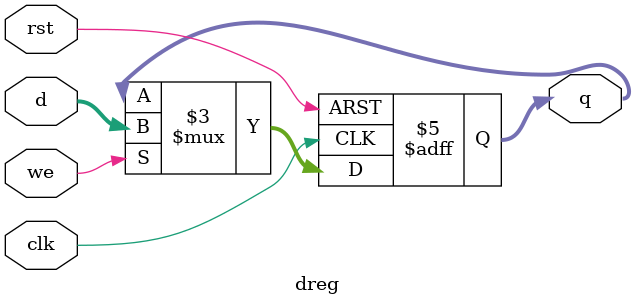
<source format=v>
module dreg # (parameter WIDTH = 32) (
        input  wire             clk,
        input  wire             rst,
        input  wire        we,
        input  wire [WIDTH-1:0] d,
        output reg  [WIDTH-1:0] q
    );

    always @ (posedge clk, posedge rst) 
    begin
        if (rst) q <= 0;
        else if(we) q<=d;
        //else     q <= d;
        else q <= q;
    end
endmodule
</source>
